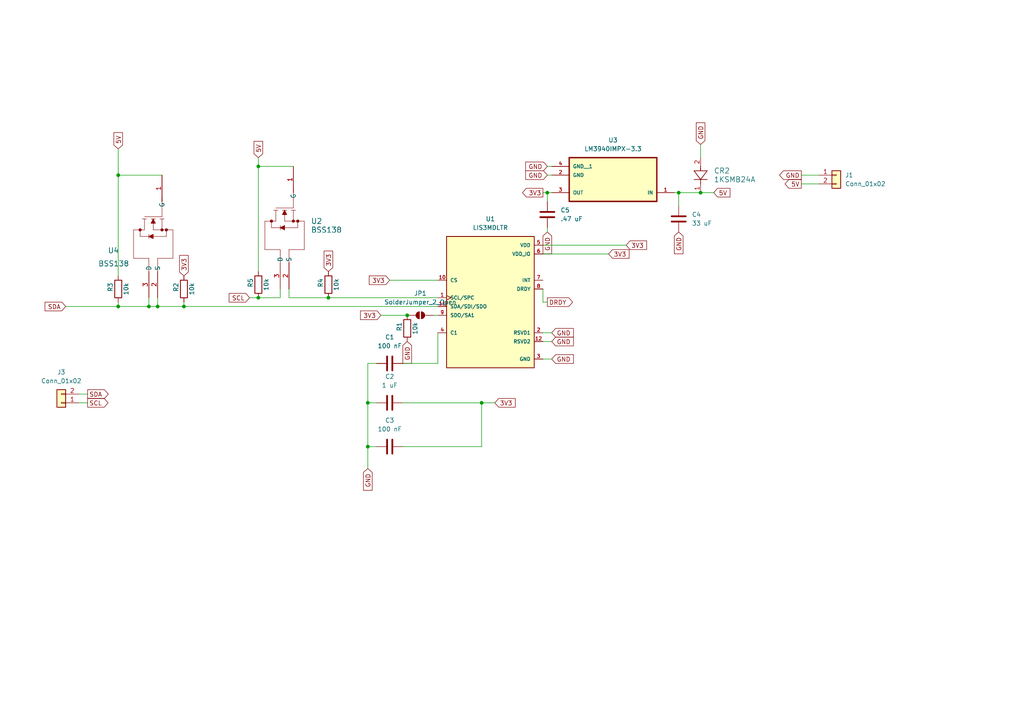
<source format=kicad_sch>
(kicad_sch (version 20231120) (generator "eeschema") (generator_version "8.0")
  (paper "A4")
  (lib_symbols
    (symbol "BSS138_1" (pin_names (offset 0.254))
      (property "Reference" "U" (at 14.478 1.524 0))
      (property "Value" "BSS138" (at 15.494 4.318 0))
      (symbol "BSS138_1_0_1"
        (polyline (pts (xy 17.145 -8.89) (xy 17.145 -3.81)) (stroke (width 0.127)))
        (polyline (pts (xy 17.145 -3.81) (xy 11.43 -3.81)) (stroke (width 0.127)))
        (polyline (pts (xy 17.78 -9.525) (xy 17.78 -8.255)) (stroke (width 0.127)))
        (polyline (pts (xy 17.78 -8.89) (xy 20.955 -8.89)) (stroke (width 0.127)))
        (polyline (pts (xy 17.78 -6.985) (xy 17.78 -5.715)) (stroke (width 0.127)))
        (polyline (pts (xy 17.78 -6.35) (xy 19.05 -6.985)) (stroke (width 0.127)))
        (polyline (pts (xy 17.78 -4.445) (xy 17.78 -3.175)) (stroke (width 0.127)))
        (polyline (pts (xy 17.78 -3.81) (xy 20.955 -3.81)) (stroke (width 0.127)))
        (polyline (pts (xy 19.05 -6.985) (xy 19.05 -5.715)) (stroke (width 0.127)))
        (polyline (pts (xy 19.05 -5.715) (xy 17.78 -6.35)) (stroke (width 0.127)))
        (polyline (pts (xy 20.955 -12.065) (xy 20.955 -8.89)) (stroke (width 0.127)))
        (polyline (pts (xy 20.955 -10.16) (xy 22.86 -10.16)) (stroke (width 0.127)))
        (polyline (pts (xy 20.955 -6.35) (xy 17.78 -6.35)) (stroke (width 0.127)))
        (polyline (pts (xy 20.955 -6.35) (xy 20.955 -0.635)) (stroke (width 0.127)))
        (polyline (pts (xy 20.955 -0.635) (xy 29.21 -0.635)) (stroke (width 0.127)))
        (polyline (pts (xy 22.225 -7.62) (xy 23.495 -7.62)) (stroke (width 0.127)))
        (polyline (pts (xy 22.225 -6.35) (xy 23.495 -6.35)) (stroke (width 0.127)))
        (polyline (pts (xy 22.86 -10.16) (xy 22.86 -2.54)) (stroke (width 0.127)))
        (polyline (pts (xy 22.86 -7.62) (xy 22.225 -6.35)) (stroke (width 0.127)))
        (polyline (pts (xy 22.86 -2.54) (xy 20.955 -2.54)) (stroke (width 0.127)))
        (polyline (pts (xy 23.495 -6.35) (xy 22.86 -7.62)) (stroke (width 0.127)))
        (polyline (pts (xy 29.21 -12.065) (xy 20.955 -12.065)) (stroke (width 0.127)))
        (polyline (pts (xy 29.21 -7.62) (xy 29.21 -12.065)) (stroke (width 0.127)))
        (polyline (pts (xy 29.21 -0.635) (xy 29.21 -5.08)) (stroke (width 0.127)))
        (polyline (pts (xy 33.02 -7.62) (xy 29.21 -7.62)) (stroke (width 0.127)))
        (polyline (pts (xy 33.02 -5.08) (xy 29.21 -5.08)) (stroke (width 0.127)))
        (polyline (pts (xy 17.78 -6.35) (xy 19.05 -6.985) (xy 19.05 -5.715)) (fill (type outline)))
        (polyline (pts (xy 22.225 -6.35) (xy 22.86 -7.62) (xy 23.495 -6.35)) (fill (type outline)))
        (circle (center 20.955 -10.16) (radius 0.254) (stroke (width 0.381)))
        (circle (center 20.955 -3.81) (radius 0.254) (stroke (width 0.381)))
        (circle (center 20.955 -2.54) (radius 0.254) (stroke (width 0.381)))
        (pin unspecified line (at 5.08 -3.81 0) (length 7.62) (name "G") (number "1"))
        (pin unspecified line (at 40.64 -5.08 180) (length 7.62) (name "S") (number "2"))
        (pin unspecified line (at 40.64 -7.62 180) (length 7.62) (name "D") (number "3"))
      )
    )
    (symbol "Connector_Generic:Conn_01x02" (pin_names (offset 1.016) hide)
      (property "Reference" "J" (at 0 2.54 0))
      (property "Value" "Conn_01x02" (at 0 -5.08 0))
      (symbol "Conn_01x02_1_1"
        (rectangle (start -1.27 -2.413) (end 0 -2.667) (stroke (width 0.1524)))
        (rectangle (start -1.27 0.127) (end 0 -0.127) (stroke (width 0.1524)))
        (rectangle (start -1.27 1.27) (end 1.27 -3.81) (stroke (width 0.254)) (fill (type background)))
        (pin passive line (at -5.08 0 0) (length 3.81) (name "Pin_1") (number "1"))
        (pin passive line (at -5.08 -2.54 0) (length 3.81) (name "Pin_2") (number "2"))
      )
    )
    (symbol "Device:C" (pin_numbers hide) (pin_names (offset 0.254))
      (property "Reference" "C" (at 0.635 2.54 0))
      (property "Value" "C" (at 0.635 -2.54 0))
      (symbol "C_0_1"
        (polyline (pts (xy -2.032 -0.762) (xy 2.032 -0.762)) (stroke (width 0.508)))
        (polyline (pts (xy -2.032 0.762) (xy 2.032 0.762)) (stroke (width 0.508)))
      )
      (symbol "C_1_1"
        (pin passive line (at 0 3.81 270) (length 2.794) (name "~") (number "1"))
        (pin passive line (at 0 -3.81 90) (length 2.794) (name "~") (number "2"))
      )
    )
    (symbol "Device:R" (pin_numbers hide) (pin_names (offset 0))
      (property "Reference" "R" (at 2.032 0 90))
      (property "Value" "R" (at 0 0 90))
      (symbol "R_0_1"
        (rectangle (start -1.016 -2.54) (end 1.016 2.54) (stroke (width 0.254)))
      )
      (symbol "R_1_1"
        (pin passive line (at 0 3.81 270) (length 1.27) (name "~") (number "1"))
        (pin passive line (at 0 -3.81 90) (length 1.27) (name "~") (number "2"))
      )
    )
    (symbol "Jumper:SolderJumper_2_Open" (pin_numbers hide) (pin_names (offset 0) hide) (exclude_from_sim yes) (in_bom no)
      (property "Reference" "JP" (at 0 2.032 0))
      (property "Value" "SolderJumper_2_Open" (at 0 -2.54 0))
      (symbol "SolderJumper_2_Open_0_1"
        (arc (start -0.254 1.016) (mid -1.2656 0) (end -0.254 -1.016))
        (arc (start -0.254 1.016) (mid -1.2656 0) (end -0.254 -1.016) (fill (type outline)))
        (polyline (pts (xy -0.254 1.016) (xy -0.254 -1.016)))
        (polyline (pts (xy 0.254 1.016) (xy 0.254 -1.016)))
        (arc (start 0.254 -1.016) (mid 1.2656 0) (end 0.254 1.016))
        (arc (start 0.254 -1.016) (mid 1.2656 0) (end 0.254 1.016) (fill (type outline)))
      )
      (symbol "SolderJumper_2_Open_1_1"
        (pin passive line (at -3.81 0 0) (length 2.54) (name "A") (number "1"))
        (pin passive line (at 3.81 0 180) (length 2.54) (name "B") (number "2"))
      )
    )
    (symbol "LIS3MDLTR:LIS3MDLTR" (pin_names (offset 1.016))
      (property "Reference" "U" (at -12.7065 18.2947 0))
      (property "Value" "LIS3MDLTR" (at -12.7188 -22.8826 0))
      (symbol "LIS3MDLTR_0_0"
        (rectangle (start -12.7 -20.32) (end 12.7 17.78) (stroke (width 0.254)) (fill (type background)))
        (pin input clock (at -15.24 0 0) (length 2.54) (name "SCL/SPC") (number "1"))
        (pin input line (at -15.24 5.08 0) (length 2.54) (name "CS") (number "10"))
        (pin bidirectional line (at -15.24 -2.54 0) (length 2.54) (name "SDA/SDI/SDO") (number "11"))
        (pin passive line (at 15.24 -12.7 180) (length 2.54) (name "RSVD2") (number "12"))
        (pin passive line (at 15.24 -10.16 180) (length 2.54) (name "RSVD1") (number "2"))
        (pin power_in line (at 15.24 -17.78 180) (length 2.54) (name "GND") (number "3"))
        (pin passive line (at -15.24 -10.16 0) (length 2.54) (name "C1") (number "4"))
        (pin power_in line (at 15.24 15.24 180) (length 2.54) (name "VDD") (number "5"))
        (pin power_in line (at 15.24 12.7 180) (length 2.54) (name "VDD_IO") (number "6"))
        (pin output line (at 15.24 5.08 180) (length 2.54) (name "INT") (number "7"))
        (pin output line (at 15.24 2.54 180) (length 2.54) (name "DRDY") (number "8"))
        (pin bidirectional line (at -15.24 -5.08 0) (length 2.54) (name "SDO/SA1") (number "9"))
      )
    )
    (symbol "Regulator:LM3940IMPX-3.3" (pin_names (offset 1.016))
      (property "Reference" "U" (at -12.7 6.08 0))
      (property "Value" "LM3940IMPX-3.3" (at -12.7 -11.62 0))
      (symbol "LM3940IMPX-3.3_0_0"
        (rectangle (start -12.7 -7.62) (end 12.7 5.08) (stroke (width 0.41)) (fill (type background)))
        (pin input line (at -17.78 2.54 0) (length 5.08) (name "IN") (number "1"))
        (pin power_in line (at 17.78 -2.54 180) (length 5.08) (name "GND") (number "2"))
        (pin output line (at 17.78 2.54 180) (length 5.08) (name "OUT") (number "3"))
        (pin power_in line (at 17.78 -5.08 180) (length 5.08) (name "GND__1") (number "4"))
      )
    )
    (symbol "TVS Diode:1KSMB24A" (pin_names (offset 0.254))
      (property "Reference" "CR" (at 5.08 4.445 0))
      (property "Value" "1KSMB24A" (at 5.08 -3.81 0))
      (symbol "1KSMB24A_1_1"
        (polyline (pts (xy 2.54 0) (xy 3.4798 0)) (stroke (width 0.2032)))
        (polyline (pts (xy 3.175 0) (xy 3.81 0)) (stroke (width 0.2032)))
        (polyline (pts (xy 3.81 -1.905) (xy 6.35 0)) (stroke (width 0.2032)))
        (polyline (pts (xy 3.81 1.905) (xy 3.81 -1.905)) (stroke (width 0.2032)))
        (polyline (pts (xy 6.35 -1.905) (xy 6.35 1.905)) (stroke (width 0.2032)))
        (polyline (pts (xy 6.35 0) (xy 3.81 1.905)) (stroke (width 0.2032)))
        (polyline (pts (xy 6.35 0) (xy 7.62 0)) (stroke (width 0.2032)))
        (pin unspecified line (at 10.16 0 180) (length 2.54) (name "") (number "1"))
        (pin unspecified line (at 0 0 0) (length 2.54) (name "") (number "2"))
      )
      (symbol "1KSMB24A_1_2"
        (polyline (pts (xy -1.905 3.81) (xy 1.905 3.81)) (stroke (width 0.2032)))
        (polyline (pts (xy 0 2.54) (xy 0 3.4798)) (stroke (width 0.2032)))
        (polyline (pts (xy 0 3.175) (xy 0 3.81)) (stroke (width 0.2032)))
        (polyline (pts (xy 0 6.35) (xy -1.905 3.81)) (stroke (width 0.2032)))
        (polyline (pts (xy 0 6.35) (xy 0 7.62)) (stroke (width 0.2032)))
        (polyline (pts (xy 1.905 3.81) (xy 0 6.35)) (stroke (width 0.2032)))
        (polyline (pts (xy 1.905 6.35) (xy -1.905 6.35)) (stroke (width 0.2032)))
        (pin unspecified line (at 0 10.16 270) (length 2.54) (name "") (number "1"))
        (pin unspecified line (at 0 0 90) (length 2.54) (name "") (number "2"))
      )
    )
  )
  (junction (at 139.7 116.84))
  (junction (at 106.68 116.84))
  (junction (at 45.72 88.9))
  (junction (at 74.93 86.36))
  (junction (at 34.29 50.8))
  (junction (at 95.25 86.36))
  (junction (at 106.68 129.54))
  (junction (at 158.75 55.88))
  (junction (at 118.11 91.44))
  (junction (at 43.18 88.9))
  (junction (at 34.29 88.9))
  (junction (at 74.93 48.26))
  (junction (at 203.2 55.88))
  (junction (at 196.85 55.88))
  (junction (at 53.34 88.9))
  (wire (pts (xy 72.39 86.36) (xy 74.93 86.36)))
  (wire (pts (xy 203.2 45.72) (xy 203.2 41.91)))
  (wire (pts (xy 232.41 53.34) (xy 237.49 53.34)))
  (wire (pts (xy 116.84 129.54) (xy 139.7 129.54)))
  (wire (pts (xy 203.2 55.88) (xy 207.01 55.88)))
  (wire (pts (xy 43.18 88.9) (xy 45.72 88.9)))
  (wire (pts (xy 106.68 116.84) (xy 106.68 129.54)))
  (wire (pts (xy 34.29 50.8) (xy 34.29 80.01)))
  (wire (pts (xy 53.34 87.63) (xy 53.34 88.9)))
  (wire (pts (xy 74.93 48.26) (xy 74.93 78.74)))
  (wire (pts (xy 109.22 105.41) (xy 106.68 105.41)))
  (wire (pts (xy 25.4 114.3) (xy 22.86 114.3)))
  (wire (pts (xy 45.72 88.9) (xy 53.34 88.9)))
  (wire (pts (xy 157.48 55.88) (xy 158.75 55.88)))
  (wire (pts (xy 19.05 88.9) (xy 34.29 88.9)))
  (wire (pts (xy 106.68 129.54) (xy 109.22 129.54)))
  (wire (pts (xy 74.93 45.72) (xy 74.93 48.26)))
  (wire (pts (xy 34.29 87.63) (xy 34.29 88.9)))
  (wire (pts (xy 160.02 104.14) (xy 157.48 104.14)))
  (wire (pts (xy 158.75 50.8) (xy 160.02 50.8)))
  (wire (pts (xy 34.29 43.18) (xy 34.29 50.8)))
  (wire (pts (xy 116.84 116.84) (xy 139.7 116.84)))
  (wire (pts (xy 157.48 96.52) (xy 160.02 96.52)))
  (wire (pts (xy 83.82 83.82) (xy 83.82 86.36)))
  (wire (pts (xy 110.49 91.44) (xy 118.11 91.44)))
  (wire (pts (xy 34.29 88.9) (xy 43.18 88.9)))
  (wire (pts (xy 106.68 105.41) (xy 106.68 116.84)))
  (wire (pts (xy 196.85 59.69) (xy 196.85 55.88)))
  (wire (pts (xy 158.75 48.26) (xy 160.02 48.26)))
  (wire (pts (xy 157.48 87.63) (xy 157.48 83.82)))
  (wire (pts (xy 34.29 50.8) (xy 46.99 50.8)))
  (wire (pts (xy 74.93 48.26) (xy 85.09 48.26)))
  (wire (pts (xy 106.68 129.54) (xy 106.68 135.89)))
  (wire (pts (xy 158.75 58.42) (xy 158.75 55.88)))
  (wire (pts (xy 45.72 86.36) (xy 45.72 88.9)))
  (wire (pts (xy 158.75 67.31) (xy 158.75 66.04)))
  (wire (pts (xy 53.34 88.9) (xy 127 88.9)))
  (wire (pts (xy 157.48 73.66) (xy 176.53 73.66)))
  (wire (pts (xy 43.18 86.36) (xy 43.18 88.9)))
  (wire (pts (xy 139.7 116.84) (xy 143.51 116.84)))
  (wire (pts (xy 127 105.41) (xy 127 96.52)))
  (wire (pts (xy 125.73 91.44) (xy 127 91.44)))
  (wire (pts (xy 83.82 86.36) (xy 95.25 86.36)))
  (wire (pts (xy 232.41 50.8) (xy 237.49 50.8)))
  (wire (pts (xy 95.25 86.36) (xy 127 86.36)))
  (wire (pts (xy 113.03 81.28) (xy 127 81.28)))
  (wire (pts (xy 158.75 55.88) (xy 160.02 55.88)))
  (wire (pts (xy 157.48 99.06) (xy 160.02 99.06)))
  (wire (pts (xy 74.93 86.36) (xy 81.28 86.36)))
  (wire (pts (xy 139.7 129.54) (xy 139.7 116.84)))
  (wire (pts (xy 81.28 86.36) (xy 81.28 83.82)))
  (wire (pts (xy 106.68 116.84) (xy 109.22 116.84)))
  (wire (pts (xy 157.48 71.12) (xy 181.61 71.12)))
  (wire (pts (xy 195.58 55.88) (xy 196.85 55.88)))
  (wire (pts (xy 116.84 105.41) (xy 127 105.41)))
  (wire (pts (xy 196.85 55.88) (xy 203.2 55.88)))
  (wire (pts (xy 25.4 116.84) (xy 22.86 116.84)))
  (wire (pts (xy 158.75 87.63) (xy 157.48 87.63)))
  (global_label "3V3" (shape input) (at 95.25 78.74 90) (property "Intersheetrefs" "${INTERSHEET_REFS}" (effects (hide yes))))
  (global_label "3V3" (shape input) (at 53.34 80.01 90) (property "Intersheetrefs" "${INTERSHEET_REFS}" (effects (hide yes))))
  (global_label "SDA" (shape input) (at 19.05 88.9 180) (property "Intersheetrefs" "${INTERSHEET_REFS}" (effects (hide yes))))
  (global_label "GND" (shape input) (at 160.02 99.06 0) (property "Intersheetrefs" "${INTERSHEET_REFS}" (effects (hide yes))))
  (global_label "5V" (shape output) (at 232.41 53.34 180) (property "Intersheetrefs" "${INTERSHEET_REFS}" (effects (hide yes))))
  (global_label "SCL" (shape output) (at 25.4 116.84 0) (property "Intersheetrefs" "${INTERSHEET_REFS}" (effects (hide yes))))
  (global_label "GND" (shape input) (at 118.11 99.06 270) (property "Intersheetrefs" "${INTERSHEET_REFS}" (effects (hide yes))))
  (global_label "GND" (shape input) (at 106.68 135.89 270) (property "Intersheetrefs" "${INTERSHEET_REFS}" (effects (hide yes))))
  (global_label "3V3" (shape input) (at 110.49 91.44 180) (property "Intersheetrefs" "${INTERSHEET_REFS}" (effects (hide yes))))
  (global_label "GND" (shape input) (at 158.75 48.26 180) (property "Intersheetrefs" "${INTERSHEET_REFS}" (effects (hide yes))))
  (global_label "SDA" (shape output) (at 25.4 114.3 0) (property "Intersheetrefs" "${INTERSHEET_REFS}" (effects (hide yes))))
  (global_label "3V3" (shape input) (at 143.51 116.84 0) (property "Intersheetrefs" "${INTERSHEET_REFS}" (effects (hide yes))))
  (global_label "GND" (shape input) (at 160.02 96.52 0) (property "Intersheetrefs" "${INTERSHEET_REFS}" (effects (hide yes))))
  (global_label "GND" (shape input) (at 196.85 67.31 270) (property "Intersheetrefs" "${INTERSHEET_REFS}" (effects (hide yes))))
  (global_label "5V" (shape input) (at 207.01 55.88 0) (property "Intersheetrefs" "${INTERSHEET_REFS}" (effects (hide yes))))
  (global_label "3V3" (shape input) (at 181.61 71.12 0) (property "Intersheetrefs" "${INTERSHEET_REFS}" (effects (hide yes))))
  (global_label "SCL" (shape input) (at 72.39 86.36 180) (property "Intersheetrefs" "${INTERSHEET_REFS}" (effects (hide yes))))
  (global_label "GND" (shape input) (at 158.75 50.8 180) (property "Intersheetrefs" "${INTERSHEET_REFS}" (effects (hide yes))))
  (global_label "3V3" (shape input) (at 176.53 73.66 0) (property "Intersheetrefs" "${INTERSHEET_REFS}" (effects (hide yes))))
  (global_label "DRDY" (shape output) (at 158.75 87.63 0) (property "Intersheetrefs" "${INTERSHEET_REFS}" (effects (hide yes))))
  (global_label "GND" (shape input) (at 160.02 104.14 0) (property "Intersheetrefs" "${INTERSHEET_REFS}" (effects (hide yes))))
  (global_label "5V" (shape input) (at 34.29 43.18 90) (property "Intersheetrefs" "${INTERSHEET_REFS}" (effects (hide yes))))
  (global_label "3V3" (shape output) (at 157.48 55.88 180) (property "Intersheetrefs" "${INTERSHEET_REFS}" (effects (hide yes))))
  (global_label "3V3" (shape input) (at 113.03 81.28 180) (property "Intersheetrefs" "${INTERSHEET_REFS}" (effects (hide yes))))
  (global_label "5V" (shape input) (at 74.93 45.72 90) (property "Intersheetrefs" "${INTERSHEET_REFS}" (effects (hide yes))))
  (global_label "GND" (shape input) (at 203.2 41.91 90) (property "Intersheetrefs" "${INTERSHEET_REFS}" (effects (hide yes))))
  (global_label "GND" (shape output) (at 232.41 50.8 180) (property "Intersheetrefs" "${INTERSHEET_REFS}" (effects (hide yes))))
  (global_label "GND" (shape input) (at 158.75 67.31 270) (property "Intersheetrefs" "${INTERSHEET_REFS}" (effects (hide yes))))
  (symbol (lib_id "Device:C") (at 196.85 63.5 0) (unit 1)
    (property "Reference" "C4" (at 200.66 62.2299 0) (effects (justify left)))
    (property "Value" "33 uF" (at 200.66 64.7699 0) (effects (justify left)))
    (property "Footprint" "Capacitor_SMD:C_0201_0603Metric_Pad0.64x0.40mm_HandSolder" (effects (hide yes)))
    (property "Description" "Unpolarized capacitor" (effects (hide yes)))
  )
  (symbol (lib_id "Device:R") (at 74.93 82.55 180) (unit 1)
    (property "Reference" "R5" (at 72.644 82.042 90))
    (property "Value" "10k" (at 77.216 82.55 90))
    (property "Footprint" "Resistor_SMD:R_0201_0603Metric_Pad0.64x0.40mm_HandSolder" (effects (hide yes)))
    (property "Description" "Resistor" (effects (hide yes)))
  )
  (symbol (lib_id "Connector_Generic:Conn_01x02") (at 17.78 116.84 180) (unit 1)
    (property "Reference" "J3" (at 17.78 107.95 0))
    (property "Value" "Conn_01x02" (at 17.78 110.49 0))
    (property "Footprint" "Connector_JST:JST_EH_B2B-EH-A_1x02_P2.50mm_Vertical" (effects (hide yes)))
    (property "Description" "Generic connector, single row, 01x02, script generated (kicad-library-utils/schlib/autogen/connector/)" (effects (hide yes)))
  )
  (symbol (lib_name "BSS138_1") (lib_id "Transistor:BSS138") (at 88.9 43.18 270) (unit 1)
    (property "Reference" "U2" (at 90.17 64.1349 90) (effects (font (size 1.524 1.524)) (justify left)))
    (property "Value" "BSS138" (at 90.17 66.6749 90) (effects (font (size 1.524 1.524)) (justify left)))
    (property "Footprint" "MagnetometerFootprints:BSS138" (effects (hide yes)))
    (property "Datasheet" "BSS138" (effects (hide yes)))
  )
  (symbol (lib_name "BSS138_1") (lib_id "Transistor:BSS138") (at 50.8 45.72 270) (unit 1)
    (property "Reference" "U4" (at 31.242 72.644 90) (effects (font (size 1.524 1.524)) (justify left)))
    (property "Value" "BSS138" (at 28.448 76.454 90) (effects (font (size 1.524 1.524)) (justify left)))
    (property "Footprint" "MagnetometerFootprints:BSS138" (effects (hide yes)))
    (property "Datasheet" "BSS138" (effects (hide yes)))
  )
  (symbol (lib_id "Device:C") (at 113.03 116.84 90) (unit 1)
    (property "Reference" "C2" (at 113.03 109.22 90))
    (property "Value" "1 uF" (at 113.03 111.76 90))
    (property "Footprint" "Capacitor_SMD:C_0201_0603Metric_Pad0.64x0.40mm_HandSolder" (effects (hide yes)))
    (property "Description" "Unpolarized capacitor" (effects (hide yes)))
  )
  (symbol (lib_id "Device:R") (at 118.11 95.25 180) (unit 1)
    (property "Reference" "R1" (at 115.824 94.742 90))
    (property "Value" "10k" (at 120.396 95.25 90))
    (property "Footprint" "Resistor_SMD:R_0201_0603Metric_Pad0.64x0.40mm_HandSolder" (effects (hide yes)))
    (property "Description" "Resistor" (effects (hide yes)))
  )
  (symbol (lib_id "Device:R") (at 95.25 82.55 180) (unit 1)
    (property "Reference" "R4" (at 92.964 82.042 90))
    (property "Value" "10k" (at 97.536 82.55 90))
    (property "Footprint" "Resistor_SMD:R_0201_0603Metric_Pad0.64x0.40mm_HandSolder" (effects (hide yes)))
    (property "Description" "Resistor" (effects (hide yes)))
  )
  (symbol (lib_id "LIS3MDLTR:LIS3MDLTR") (at 142.24 86.36 0) (unit 1)
    (property "Reference" "U1" (at 142.24 63.5 0))
    (property "Value" "LIS3MDLTR" (at 142.24 66.04 0))
    (property "Footprint" "MagnetometerFootprints:XDCR_LIS3MDLTR" (effects (hide yes)))
    (property "MF" "STMicroelectronics" (effects (hide yes)))
    (property "DESCRIPTION" "LIS3MDL Series 3 Axis ±2/±8/±12/±16 g 3.6V High Performance Magnetometer LGA-12" (effects (hide yes)))
    (property "PACKAGE" "VFLGA-12 STMicroelectronics" (effects (hide yes)))
    (property "PRICE" "None" (effects (hide yes)))
    (property "STANDARD" "Manufacturer Recommendation" (effects (hide yes)))
    (property "PARTREV" "6" (effects (hide yes)))
    (property "MP" "LIS3MDLTR" (effects (hide yes)))
    (property "AVAILABILITY" "Unavailable" (effects (hide yes)))
    (property "MAXIMUM_PACKAGE_HEIGHT" "1mm" (effects (hide yes)))
  )
  (symbol (lib_id "Device:C") (at 113.03 129.54 90) (unit 1)
    (property "Reference" "C3" (at 113.03 121.92 90))
    (property "Value" "100 nF" (at 113.03 124.46 90))
    (property "Footprint" "Capacitor_SMD:C_0201_0603Metric_Pad0.64x0.40mm_HandSolder" (effects (hide yes)))
    (property "Description" "Unpolarized capacitor" (effects (hide yes)))
  )
  (symbol (lib_id "TVS Diode:1KSMB24A") (at 203.2 45.72 270) (unit 1)
    (property "Reference" "CR2" (at 207.01 49.5299 90) (effects (font (size 1.524 1.524)) (justify left)))
    (property "Value" "1KSMB24A" (at 207.01 52.0699 90) (effects (font (size 1.524 1.524)) (justify left)))
    (property "Footprint" "MagnetometerFootprints:1KSMB24A" (effects (hide yes)))
    (property "Datasheet" "1KSMB24A" (effects (hide yes)))
  )
  (symbol (lib_id "Connector_Generic:Conn_01x02") (at 242.57 50.8 0) (unit 1)
    (property "Reference" "J1" (at 245.11 50.7999 0) (effects (justify left)))
    (property "Value" "Conn_01x02" (at 245.11 53.3399 0) (effects (justify left)))
    (property "Footprint" "Connector_JST:JST_EH_B2B-EH-A_1x02_P2.50mm_Vertical" (effects (hide yes)))
    (property "Description" "Generic connector, single row, 01x02, script generated (kicad-library-utils/schlib/autogen/connector/)" (effects (hide yes)))
  )
  (symbol (lib_id "Device:C") (at 113.03 105.41 90) (unit 1)
    (property "Reference" "C1" (at 113.03 97.79 90))
    (property "Value" "100 nF" (at 113.03 100.33 90))
    (property "Footprint" "Capacitor_SMD:C_0201_0603Metric_Pad0.64x0.40mm_HandSolder" (effects (hide yes)))
    (property "Description" "Unpolarized capacitor" (effects (hide yes)))
  )
  (symbol (lib_id "Jumper:SolderJumper_2_Open") (at 121.92 91.44 0) (unit 1) (exclude_from_sim yes) (in_bom no)
    (property "Reference" "JP1" (at 121.92 85.09 0))
    (property "Value" "SolderJumper_2_Open" (at 121.92 87.63 0))
    (property "Footprint" "MagnetometerFootprints:SolderJumper" (effects (hide yes)))
    (property "Description" "Solder Jumper, 2-pole, open" (effects (hide yes)))
  )
  (symbol (lib_id "Device:R") (at 53.34 83.82 180) (unit 1)
    (property "Reference" "R2" (at 51.054 83.312 90))
    (property "Value" "10k" (at 55.626 83.82 90))
    (property "Footprint" "Resistor_SMD:R_0201_0603Metric_Pad0.64x0.40mm_HandSolder" (effects (hide yes)))
    (property "Description" "Resistor" (effects (hide yes)))
  )
  (symbol (lib_id "Device:R") (at 34.29 83.82 180) (unit 1)
    (property "Reference" "R3" (at 32.004 83.312 90))
    (property "Value" "10k" (at 36.576 83.82 90))
    (property "Footprint" "Resistor_SMD:R_0201_0603Metric_Pad0.64x0.40mm_HandSolder" (effects (hide yes)))
    (property "Description" "Resistor" (effects (hide yes)))
  )
  (symbol (lib_id "Regulator:LM3940IMPX-3.3") (at 177.8 53.34 180) (unit 1)
    (property "Reference" "U3" (at 177.8 40.64 0))
    (property "Value" "LM3940IMPX-3.3" (at 177.8 43.18 0))
    (property "Footprint" "Regulator:LM3940" (effects (hide yes)))
  )
  (symbol (lib_id "Device:C") (at 158.75 62.23 0) (unit 1)
    (property "Reference" "C5" (at 162.56 60.9599 0) (effects (justify left)))
    (property "Value" ".47 uF" (at 162.56 63.4999 0) (effects (justify left)))
    (property "Footprint" "Capacitor_SMD:C_0201_0603Metric_Pad0.64x0.40mm_HandSolder" (effects (hide yes)))
    (property "Description" "Unpolarized capacitor" (effects (hide yes)))
  )
)
</source>
